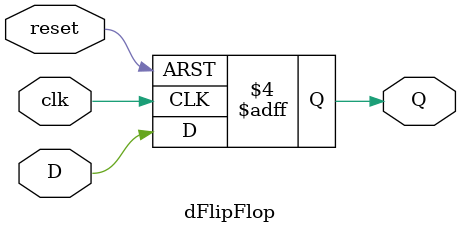
<source format=v>
module dFlipFlop (D, clk, reset, Q);
    input D, clk, reset;
    output reg Q = 1'b0;
    
    always@(posedge clk or negedge reset) begin
        if (~reset) Q <= 0;
        else Q <= D;
    end
endmodule
</source>
